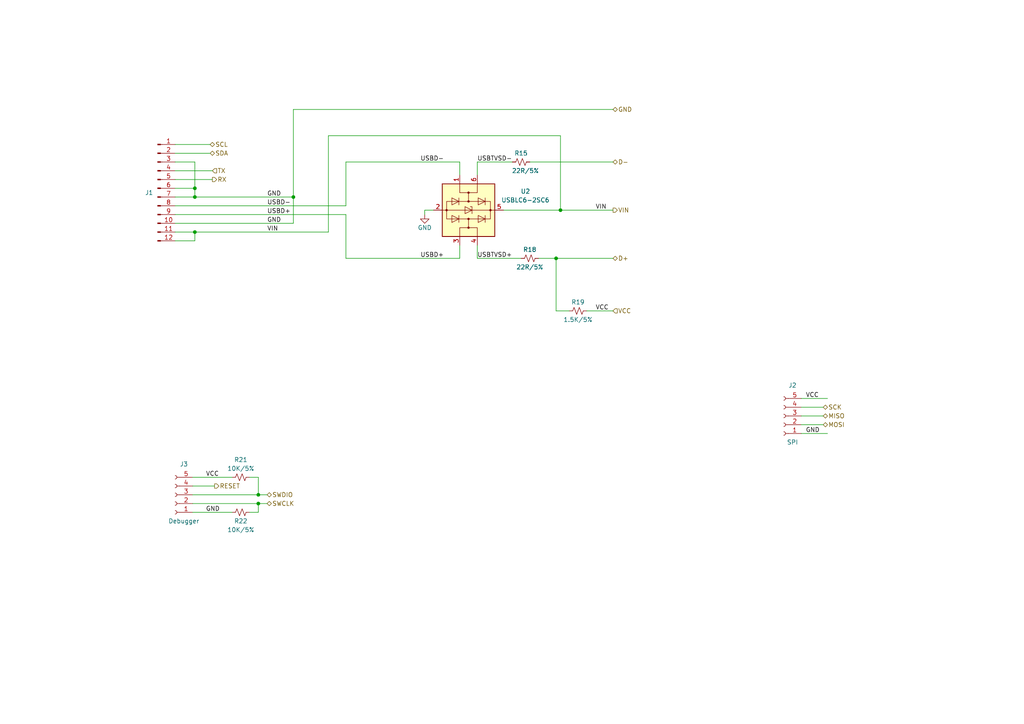
<source format=kicad_sch>
(kicad_sch (version 20230121) (generator eeschema)
  (paper "A4")
  (lib_symbols
    (symbol "Connector:Conn_01x05_Female" (pin_names (offset 1.016) hide)
      (property "Reference" "J" (at 0 7.62 0))
      (property "Value" "Conn_01x05_Female" (at 0 -7.62 0))
      (symbol "Conn_01x05_Female_1_1"
        (arc (start 0 -4.572) (mid -0.5058 -5.08) (end 0 -5.588) (stroke (width 0.1524)))
        (arc (start 0 -2.032) (mid -0.5058 -2.54) (end 0 -3.048) (stroke (width 0.1524)))
        (polyline (pts (xy -1.27 -5.08) (xy -0.508 -5.08)) (stroke (width 0.1524)))
        (polyline (pts (xy -1.27 -2.54) (xy -0.508 -2.54)) (stroke (width 0.1524)))
        (polyline (pts (xy -1.27 0) (xy -0.508 0)) (stroke (width 0.1524)))
        (polyline (pts (xy -1.27 2.54) (xy -0.508 2.54)) (stroke (width 0.1524)))
        (polyline (pts (xy -1.27 5.08) (xy -0.508 5.08)) (stroke (width 0.1524)))
        (arc (start 0 0.508) (mid -0.5058 0) (end 0 -0.508) (stroke (width 0.1524)))
        (arc (start 0 3.048) (mid -0.5058 2.54) (end 0 2.032) (stroke (width 0.1524)))
        (arc (start 0 5.588) (mid -0.5058 5.08) (end 0 4.572) (stroke (width 0.1524)))
        (pin passive line (at -5.08 5.08 0) (length 3.81) (name "Pin_1") (number "1"))
        (pin passive line (at -5.08 2.54 0) (length 3.81) (name "Pin_2") (number "2"))
        (pin passive line (at -5.08 0 0) (length 3.81) (name "Pin_3") (number "3"))
        (pin passive line (at -5.08 -2.54 0) (length 3.81) (name "Pin_4") (number "4"))
        (pin passive line (at -5.08 -5.08 0) (length 3.81) (name "Pin_5") (number "5"))
      )
    )
    (symbol "Connector:Conn_01x12_Pin" (pin_names (offset 1.016) hide)
      (property "Reference" "J" (at 0 15.24 0))
      (property "Value" "Conn_01x12_Pin" (at 0 -17.78 0))
      (symbol "Conn_01x12_Pin_1_1"
        (polyline (pts (xy 1.27 -15.24) (xy 0.8636 -15.24)) (stroke (width 0.1524)))
        (polyline (pts (xy 1.27 -12.7) (xy 0.8636 -12.7)) (stroke (width 0.1524)))
        (polyline (pts (xy 1.27 -10.16) (xy 0.8636 -10.16)) (stroke (width 0.1524)))
        (polyline (pts (xy 1.27 -7.62) (xy 0.8636 -7.62)) (stroke (width 0.1524)))
        (polyline (pts (xy 1.27 -5.08) (xy 0.8636 -5.08)) (stroke (width 0.1524)))
        (polyline (pts (xy 1.27 -2.54) (xy 0.8636 -2.54)) (stroke (width 0.1524)))
        (polyline (pts (xy 1.27 0) (xy 0.8636 0)) (stroke (width 0.1524)))
        (polyline (pts (xy 1.27 2.54) (xy 0.8636 2.54)) (stroke (width 0.1524)))
        (polyline (pts (xy 1.27 5.08) (xy 0.8636 5.08)) (stroke (width 0.1524)))
        (polyline (pts (xy 1.27 7.62) (xy 0.8636 7.62)) (stroke (width 0.1524)))
        (polyline (pts (xy 1.27 10.16) (xy 0.8636 10.16)) (stroke (width 0.1524)))
        (polyline (pts (xy 1.27 12.7) (xy 0.8636 12.7)) (stroke (width 0.1524)))
        (rectangle (start 0.8636 -15.113) (end 0 -15.367) (stroke (width 0.1524)) (fill (type outline)))
        (rectangle (start 0.8636 -12.573) (end 0 -12.827) (stroke (width 0.1524)) (fill (type outline)))
        (rectangle (start 0.8636 -10.033) (end 0 -10.287) (stroke (width 0.1524)) (fill (type outline)))
        (rectangle (start 0.8636 -7.493) (end 0 -7.747) (stroke (width 0.1524)) (fill (type outline)))
        (rectangle (start 0.8636 -4.953) (end 0 -5.207) (stroke (width 0.1524)) (fill (type outline)))
        (rectangle (start 0.8636 -2.413) (end 0 -2.667) (stroke (width 0.1524)) (fill (type outline)))
        (rectangle (start 0.8636 0.127) (end 0 -0.127) (stroke (width 0.1524)) (fill (type outline)))
        (rectangle (start 0.8636 2.667) (end 0 2.413) (stroke (width 0.1524)) (fill (type outline)))
        (rectangle (start 0.8636 5.207) (end 0 4.953) (stroke (width 0.1524)) (fill (type outline)))
        (rectangle (start 0.8636 7.747) (end 0 7.493) (stroke (width 0.1524)) (fill (type outline)))
        (rectangle (start 0.8636 10.287) (end 0 10.033) (stroke (width 0.1524)) (fill (type outline)))
        (rectangle (start 0.8636 12.827) (end 0 12.573) (stroke (width 0.1524)) (fill (type outline)))
        (pin passive line (at 5.08 12.7 180) (length 3.81) (name "Pin_1") (number "1"))
        (pin passive line (at 5.08 -10.16 180) (length 3.81) (name "Pin_10") (number "10"))
        (pin passive line (at 5.08 -12.7 180) (length 3.81) (name "Pin_11") (number "11"))
        (pin passive line (at 5.08 -15.24 180) (length 3.81) (name "Pin_12") (number "12"))
        (pin passive line (at 5.08 10.16 180) (length 3.81) (name "Pin_2") (number "2"))
        (pin passive line (at 5.08 7.62 180) (length 3.81) (name "Pin_3") (number "3"))
        (pin passive line (at 5.08 5.08 180) (length 3.81) (name "Pin_4") (number "4"))
        (pin passive line (at 5.08 2.54 180) (length 3.81) (name "Pin_5") (number "5"))
        (pin passive line (at 5.08 0 180) (length 3.81) (name "Pin_6") (number "6"))
        (pin passive line (at 5.08 -2.54 180) (length 3.81) (name "Pin_7") (number "7"))
        (pin passive line (at 5.08 -5.08 180) (length 3.81) (name "Pin_8") (number "8"))
        (pin passive line (at 5.08 -7.62 180) (length 3.81) (name "Pin_9") (number "9"))
      )
    )
    (symbol "Device:R_Small_US" (pin_numbers hide) (pin_names (offset 0.254) hide)
      (property "Reference" "R" (at 0.762 0.508 0))
      (property "Value" "R_Small_US" (at 0.762 -1.016 0))
      (symbol "R_Small_US_1_1"
        (polyline (pts (xy 0 0) (xy 1.016 -0.381) (xy 0 -0.762) (xy -1.016 -1.143) (xy 0 -1.524)))
        (polyline (pts (xy 0 1.524) (xy 1.016 1.143) (xy 0 0.762) (xy -1.016 0.381) (xy 0 0)))
        (pin passive line (at 0 2.54 270) (length 1.016) (name "~") (number "1"))
        (pin passive line (at 0 -2.54 90) (length 1.016) (name "~") (number "2"))
      )
    )
    (symbol "Power_Protection:USBLC6-2SC6" (pin_names hide)
      (property "Reference" "U" (at 2.54 8.89 0))
      (property "Value" "USBLC6-2SC6" (at 2.54 -8.89 0))
      (symbol "USBLC6-2SC6_0_1"
        (rectangle (start -7.62 -7.62) (end 7.62 7.62) (stroke (width 0.254)) (fill (type background)))
        (circle (center -5.08 0) (radius 0.254) (fill (type outline)))
        (circle (center -2.54 0) (radius 0.254) (fill (type outline)))
        (rectangle (start -2.54 6.35) (end 2.54 -6.35))
        (circle (center 0 -6.35) (radius 0.254) (fill (type outline)))
        (polyline (pts (xy -5.08 -2.54) (xy -7.62 -2.54)))
        (polyline (pts (xy -5.08 0) (xy -5.08 -2.54)))
        (polyline (pts (xy -5.08 2.54) (xy -7.62 2.54)))
        (polyline (pts (xy -1.524 -2.794) (xy -3.556 -2.794)))
        (polyline (pts (xy -1.524 4.826) (xy -3.556 4.826)))
        (polyline (pts (xy 0 -7.62) (xy 0 -6.35)))
        (polyline (pts (xy 0 -6.35) (xy 0 1.27)))
        (polyline (pts (xy 0 1.27) (xy 0 6.35)))
        (polyline (pts (xy 0 6.35) (xy 0 7.62)))
        (polyline (pts (xy 1.524 -2.794) (xy 3.556 -2.794)))
        (polyline (pts (xy 1.524 4.826) (xy 3.556 4.826)))
        (polyline (pts (xy 5.08 -2.54) (xy 7.62 -2.54)))
        (polyline (pts (xy 5.08 0) (xy 5.08 -2.54)))
        (polyline (pts (xy 5.08 2.54) (xy 7.62 2.54)))
        (polyline (pts (xy -2.54 0) (xy -5.08 0) (xy -5.08 2.54)))
        (polyline (pts (xy 2.54 0) (xy 5.08 0) (xy 5.08 2.54)))
        (polyline (pts (xy -3.556 -4.826) (xy -1.524 -4.826) (xy -2.54 -2.794) (xy -3.556 -4.826)))
        (polyline (pts (xy -3.556 2.794) (xy -1.524 2.794) (xy -2.54 4.826) (xy -3.556 2.794)))
        (polyline (pts (xy -1.016 -1.016) (xy 1.016 -1.016) (xy 0 1.016) (xy -1.016 -1.016)))
        (polyline (pts (xy 1.016 1.016) (xy 0.762 1.016) (xy -1.016 1.016) (xy -1.016 0.508)))
        (polyline (pts (xy 3.556 -4.826) (xy 1.524 -4.826) (xy 2.54 -2.794) (xy 3.556 -4.826)))
        (polyline (pts (xy 3.556 2.794) (xy 1.524 2.794) (xy 2.54 4.826) (xy 3.556 2.794)))
        (circle (center 0 6.35) (radius 0.254) (fill (type outline)))
        (circle (center 2.54 0) (radius 0.254) (fill (type outline)))
        (circle (center 5.08 0) (radius 0.254) (fill (type outline)))
      )
      (symbol "USBLC6-2SC6_1_1"
        (pin passive line (at -10.16 -2.54 0) (length 2.54) (name "I/O1") (number "1"))
        (pin passive line (at 0 -10.16 90) (length 2.54) (name "GND") (number "2"))
        (pin passive line (at 10.16 -2.54 180) (length 2.54) (name "I/O2") (number "3"))
        (pin passive line (at 10.16 2.54 180) (length 2.54) (name "I/O2") (number "4"))
        (pin passive line (at 0 10.16 270) (length 2.54) (name "VBUS") (number "5"))
        (pin passive line (at -10.16 2.54 0) (length 2.54) (name "I/O1") (number "6"))
      )
    )
    (symbol "power:GND" (power) (pin_names (offset 0))
      (property "Value" "GND" (at 0 -3.81 0))
      (symbol "GND_0_1"
        (polyline (pts (xy 0 0) (xy 0 -1.27) (xy 1.27 -1.27) (xy 0 -2.54) (xy -1.27 -1.27) (xy 0 -1.27)))
      )
      (symbol "GND_1_1"
        (pin power_in line (at 0 0 270) (length 0) hide (name "GND") (number "1"))
      )
    )
  )
  (junction (at 56.515 57.15))
  (junction (at 162.56 60.96))
  (junction (at 74.93 146.05))
  (junction (at 161.29 74.93))
  (junction (at 74.93 143.51))
  (junction (at 85.09 57.15))
  (junction (at 56.515 54.61))
  (junction (at 56.515 67.31))
  (wire (pts (xy 56.515 57.15) (xy 85.09 57.15)))
  (wire (pts (xy 50.8 46.99) (xy 56.515 46.99)))
  (wire (pts (xy 138.43 74.93) (xy 151.13 74.93)))
  (wire (pts (xy 232.41 118.11) (xy 238.76 118.11)))
  (wire (pts (xy 100.33 46.99) (xy 133.35 46.99)))
  (wire (pts (xy 50.8 49.53) (xy 61.595 49.53)))
  (wire (pts (xy 85.09 31.75) (xy 85.09 57.15)))
  (wire (pts (xy 55.88 140.97) (xy 62.23 140.97)))
  (wire (pts (xy 50.8 69.85) (xy 56.515 69.85)))
  (wire (pts (xy 74.93 138.43) (xy 74.93 143.51)))
  (wire (pts (xy 72.39 138.43) (xy 74.93 138.43)))
  (wire (pts (xy 74.93 148.59) (xy 74.93 146.05)))
  (wire (pts (xy 56.515 67.31) (xy 95.25 67.31)))
  (wire (pts (xy 232.41 115.57) (xy 240.03 115.57)))
  (wire (pts (xy 50.8 44.45) (xy 60.96 44.45)))
  (wire (pts (xy 156.21 74.93) (xy 161.29 74.93)))
  (wire (pts (xy 50.8 62.23) (xy 100.33 62.23)))
  (wire (pts (xy 162.56 39.37) (xy 162.56 60.96)))
  (wire (pts (xy 161.29 90.17) (xy 165.1 90.17)))
  (wire (pts (xy 55.88 146.05) (xy 74.93 146.05)))
  (wire (pts (xy 162.56 60.96) (xy 177.8 60.96)))
  (wire (pts (xy 146.05 60.96) (xy 162.56 60.96)))
  (wire (pts (xy 55.88 148.59) (xy 67.31 148.59)))
  (wire (pts (xy 123.19 60.96) (xy 123.19 62.23)))
  (wire (pts (xy 133.35 46.99) (xy 133.35 50.8)))
  (wire (pts (xy 125.73 60.96) (xy 123.19 60.96)))
  (wire (pts (xy 100.33 59.69) (xy 100.33 46.99)))
  (wire (pts (xy 138.43 50.8) (xy 138.43 46.99)))
  (wire (pts (xy 100.33 74.93) (xy 133.35 74.93)))
  (wire (pts (xy 55.88 143.51) (xy 74.93 143.51)))
  (wire (pts (xy 50.8 54.61) (xy 56.515 54.61)))
  (wire (pts (xy 85.09 57.15) (xy 85.09 64.77)))
  (wire (pts (xy 50.8 59.69) (xy 100.33 59.69)))
  (wire (pts (xy 95.25 67.31) (xy 95.25 39.37)))
  (wire (pts (xy 50.8 41.91) (xy 60.96 41.91)))
  (wire (pts (xy 232.41 123.19) (xy 238.76 123.19)))
  (wire (pts (xy 55.88 138.43) (xy 67.31 138.43)))
  (wire (pts (xy 232.41 120.65) (xy 238.76 120.65)))
  (wire (pts (xy 133.35 74.93) (xy 133.35 71.12)))
  (wire (pts (xy 170.18 90.17) (xy 177.7729 90.17)))
  (wire (pts (xy 56.515 69.85) (xy 56.515 67.31)))
  (wire (pts (xy 50.8 57.15) (xy 56.515 57.15)))
  (wire (pts (xy 72.39 148.59) (xy 74.93 148.59)))
  (wire (pts (xy 50.8 52.07) (xy 61.595 52.07)))
  (wire (pts (xy 74.93 143.51) (xy 77.47 143.51)))
  (wire (pts (xy 85.09 31.75) (xy 177.8 31.75)))
  (wire (pts (xy 138.43 71.12) (xy 138.43 74.93)))
  (wire (pts (xy 95.25 39.37) (xy 162.56 39.37)))
  (wire (pts (xy 161.29 90.17) (xy 161.29 74.93)))
  (wire (pts (xy 161.29 74.93) (xy 177.8 74.93)))
  (wire (pts (xy 138.43 46.99) (xy 148.59 46.99)))
  (wire (pts (xy 74.93 146.05) (xy 77.47 146.05)))
  (wire (pts (xy 100.33 62.23) (xy 100.33 74.93)))
  (wire (pts (xy 56.515 46.99) (xy 56.515 54.61)))
  (wire (pts (xy 153.67 46.99) (xy 177.8 46.99)))
  (wire (pts (xy 232.41 125.73) (xy 240.03 125.73)))
  (wire (pts (xy 50.8 64.77) (xy 85.09 64.77)))
  (wire (pts (xy 50.8 67.31) (xy 56.515 67.31)))
  (wire (pts (xy 56.515 54.61) (xy 56.515 57.15)))
  (label "VCC" (at 233.68 115.57 0))
  (label "USBD+" (at 121.92 74.93 0))
  (label "VIN" (at 172.72 60.96 0))
  (label "USBD-" (at 121.92 46.99 0))
  (label "GND" (at 77.47 64.77 0))
  (label "VIN" (at 77.47 67.31 0))
  (label "VCC" (at 172.72 90.17 0))
  (label "GND" (at 59.69 148.59 0))
  (label "USBTVSD+" (at 138.43 74.93 0))
  (label "USBD+" (at 77.47 62.23 0))
  (label "USBD-" (at 77.47 59.69 0))
  (label "USBTVSD-" (at 138.43 46.99 0))
  (label "VCC" (at 59.69 138.43 0))
  (label "GND" (at 77.47 57.15 0))
  (label "GND" (at 233.68 125.73 0))
  (hierarchical_label "MOSI" (shape bidirectional) (at 238.76 123.19 0))
  (hierarchical_label "TX" (shape input) (at 61.595 49.53 0))
  (hierarchical_label "MISO" (shape bidirectional) (at 238.76 120.65 0))
  (hierarchical_label "SDA" (shape bidirectional) (at 60.96 44.45 0))
  (hierarchical_label "RESET" (shape output) (at 62.23 140.97 0))
  (hierarchical_label "RX" (shape output) (at 61.595 52.07 0))
  (hierarchical_label "SCK" (shape bidirectional) (at 238.76 118.11 0))
  (hierarchical_label "VCC" (shape input) (at 177.7729 90.17 0))
  (hierarchical_label "SWDIO" (shape bidirectional) (at 77.47 143.51 0))
  (hierarchical_label "SWCLK" (shape bidirectional) (at 77.47 146.05 0))
  (hierarchical_label "D+" (shape bidirectional) (at 177.8 74.93 0))
  (hierarchical_label "D-" (shape bidirectional) (at 177.8 46.99 0))
  (hierarchical_label "GND" (shape bidirectional) (at 177.8 31.75 0))
  (hierarchical_label "VIN" (shape output) (at 177.8 60.96 0))
  (hierarchical_label "SCL" (shape bidirectional) (at 60.96 41.91 0))
  (symbol (lib_id "Connector:Conn_01x05_Female") (at 227.33 120.65 180) (unit 1)
    (property "Reference" "J2" (at 229.87 111.76 0))
    (property "Value" "SPI" (at 229.87 128.27 0))
    (property "Footprint" "Connector_PinHeader_2.00mm:PinHeader_1x05_P2.00mm_Vertical" (effects hide))
  )
  (symbol (lib_id "Device:R_Small_US") (at 69.85 148.59 90) (unit 1)
    (property "Reference" "R22" (at 69.85 151.13 90))
    (property "Value" "10K/5%" (at 69.85 153.67 90))
    (property "Footprint" "Resistor_SMD:R_0603_1608Metric" (effects hide))
  )
  (symbol (lib_id "Device:R_Small_US") (at 167.64 90.17 90) (unit 1)
    (property "Reference" "R19" (at 167.64 87.63 90))
    (property "Value" "1.5K/5%" (at 167.64 92.71 90))
    (property "Footprint" "Resistor_SMD:R_0603_1608Metric" (effects hide))
  )
  (symbol (lib_id "Device:R_Small_US") (at 69.85 138.43 90) (unit 1)
    (property "Reference" "R21" (at 69.85 133.35 90))
    (property "Value" "10K/5%" (at 69.85 135.89 90))
    (property "Footprint" "Resistor_SMD:R_0603_1608Metric" (effects hide))
  )
  (symbol (lib_id "Device:R_Small_US") (at 153.67 74.93 90) (unit 1)
    (property "Reference" "R18" (at 153.67 72.39 90))
    (property "Value" "22R/5%" (at 153.67 77.47 90))
    (property "Footprint" "Resistor_SMD:R_0603_1608Metric" (effects hide))
  )
  (symbol (lib_id "Connector:Conn_01x05_Female") (at 50.8 143.51 180) (unit 1)
    (property "Reference" "J3" (at 53.34 134.62 0))
    (property "Value" "Debugger" (at 53.34 151.13 0))
    (property "Footprint" "Connector_PinHeader_2.00mm:PinHeader_1x05_P2.00mm_Vertical" (effects hide))
  )
  (symbol (lib_id "Power_Protection:USBLC6-2SC6") (at 135.89 60.96 270) (unit 1)
    (property "Reference" "U2" (at 152.4 55.4988 90))
    (property "Value" "USBLC6-2SC6" (at 152.4 58.0388 90))
    (property "Footprint" "Package_TO_SOT_SMD:SOT-23-6" (effects hide))
    (property "Datasheet" "https://www.st.com/resource/en/datasheet/usblc6-2.pdf" (effects hide))
  )
  (symbol (lib_id "Device:R_Small_US") (at 151.13 46.99 90) (unit 1)
    (property "Reference" "R15" (at 151.13 44.45 90))
    (property "Value" "22R/5%" (at 152.4 49.53 90))
    (property "Footprint" "Resistor_SMD:R_0603_1608Metric" (effects hide))
  )
  (symbol (lib_id "power:GND") (at 123.19 62.23 0) (unit 1)
    (property "Reference" "#PWR017" (effects hide))
    (property "Value" "GND" (at 123.19 66.04 0))
  )
  (symbol (lib_id "Connector:Conn_01x12_Pin") (at 45.72 54.61 0) (unit 1)
    (property "Reference" "J1" (at 44.45 55.88 0) (effects (justify right)))
    (property "Value" "USB connector" (effects hide))
    (property "Footprint" "Connector_FFC-FPC:Hirose_FH12-12S-0.5SH_1x12-1MP_P0.50mm_Horizontal" (effects hide))
  )
)
</source>
